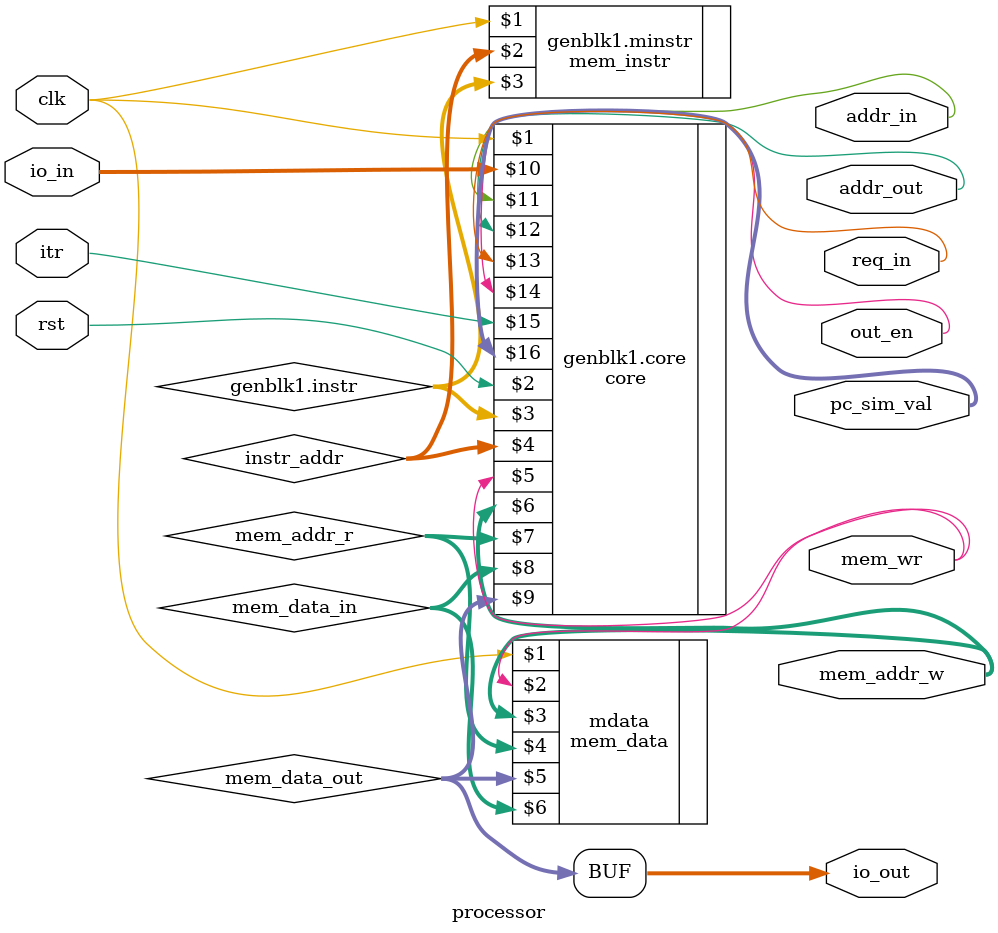
<source format=v>
module processor
#(
	// -------------------------------------------------------------------------
	// Parametros de configuracao internos -------------------------------------
	// -------------------------------------------------------------------------

  // fluxo de dados
  parameter NBOPCO = 7,               // Numero de bits de opcode (mudar o comp. assembler de acordo, em eval.c)
  parameter ITRADD = 0,               // Endereco da interrupcao

	// memorias
	parameter IFILE  = "inst.mif",      // Arquivo contendo o programa a ser executado
	parameter DFILE  = "data.mif",      // Arquivo com conteudo da memoria de dados
  parameter MDATAS = 64,              // Tamanho da memoria de dados
	parameter MINSTS = 64,              // Tamanho da memoria de intrucoes
  parameter MDATAW = $clog2(MDATAS),  // Numero de bits de endereco da memoria de dados
	parameter MINSTW = $clog2(MINSTS),  // Numero de bits de endereco da memoria de instrucao

  // simulacao
	parameter NUINST =  0,              // numero de instrucoes encontradas pelo comp assembly (sem macros)
	parameter MEMTAB = "",              // arquivo texto com a tabela de instrucoes
  parameter FIMADD =  0,              // endereco da instrucao FIM
  parameter SIMTYP =  0,              // tipo de simulacao (0 para single e 1 para multicore)

  // -------------------------------------------------------------------------
	// Parametros configurados pelo usuario ------------------------------------
	// -------------------------------------------------------------------------

  // fluxo de dados
	parameter NUBITS = 16,              // Tamanho da palavra do processador
  parameter NBMANT = 23,              // Numero de bits da mantissa
  parameter NBEXPO =  8,              // Numero de bits do expoente

  // memorias
	parameter SDEPTH =  8,              // Tamanho da pilha   de instrucao

  // entrada e Saida
	parameter NUIOIN =  2,              // Numero de enderecos de entrada
	parameter NUIOOU =  2,              // Numero de enderecos de saida

  // constantes aritmeticas
  parameter NUGAIN = 64,              // Valor usado na divisao por um numero fixo (NRM e NORMS)
	parameter FFTSIZ =  3,              // Tamanho da ILI na inversao de bits

	// -------------------------------------------------------------------------
	// Parametros configurados dinamicamente -----------------------------------
	// -------------------------------------------------------------------------

	// implementa enderecamento indireto
	parameter   LDI   = 0,
	parameter   ILI   = 0,
	parameter   SRF   = 0,
	
	// implementa pilha de subrotinas
	parameter   CAL   = 0,

	// operacoes aritmeticas de dois parametros
	parameter   ADD   = 0,
	parameter F_ADD   = 0,

	parameter   MLT   = 0,
	parameter F_MLT   = 0,

	parameter   DIV   = 0,
	parameter F_DIV   = 0,

	parameter   MOD   = 0,

	parameter   SGN   = 0,
	parameter F_SGN   = 0,

	// operacoes aritmeticas de um parametro
	parameter   NEG   = 0,
	parameter   NEG_M = 0,
	parameter F_NEG   = 0,
	parameter F_NEG_M = 0,

	parameter   ABS   = 0,
	parameter   ABS_M = 0,
	parameter F_ABS   = 0,
	parameter F_ABS_M = 0,

	parameter   PST   = 0,
	parameter   PST_M = 0,
	parameter F_PST   = 0,
	parameter F_PST_M = 0,

	parameter   NRM   = 0,
	parameter   NRM_M = 0,

	parameter   I2F   = 0,
	parameter   I2F_M = 0,

	parameter   F2I   = 0,
	parameter   F2I_M = 0,

	// operacoes logicas de dois parametros
	parameter   AND   = 0,
	parameter   ORR   = 0,
	parameter   XOR   = 0,

	// operacoes logicas de um parametro
	parameter   INV   = 0,
	parameter   INV_M = 0,

	// operacoes condicionais de dois parametros
	parameter   LAN   = 0,
	parameter   LOR   = 0,
	
	// operacoes condicionais de um parametro
	parameter   LIN   = 0,
	parameter   LIN_M = 0,

	// operacoes de comparacao
	parameter   LES   = 0,
	parameter F_LES   = 0,

	parameter   GRE   = 0,
	parameter F_GRE   = 0,

	parameter   EQU   = 0,

	// operacoes de deslocamento de bits
	parameter   SHL   = 0,
	parameter   SHR   = 0,
	parameter   SRS   = 0)
(
	input                       clk     , rst,
	input  [NUBITS        -1:0] io_in   ,
	output [NUBITS        -1:0] io_out  ,
	output [$clog2(NUIOIN)-1:0] addr_in ,
	output [$clog2(NUIOOU)-1:0] addr_out,
	output                      req_in  , out_en,
	input                       itr,

  output                      mem_wr,
  output         [MDATAW-1:0] mem_addr_w,
  output         [MINSTW-1:0] pc_sim_val
);

// ----------------------------------------------------------------------------
// Processador e Mem de instrucao ---------------------------------------------
// ----------------------------------------------------------------------------

wire        [MINSTW-1:0] instr_addr;
wire        [MDATAW-1:0] mem_addr_r;
wire signed [NUBITS-1:0] mem_data_in;
wire signed [NUBITS-1:0] mem_data_out;

assign io_out = mem_data_out;

generate // O circuito eh diferente, dependendo de qual das duas memorias eh maior

if (MDATAW > MINSTW) begin

wire [NBOPCO+MDATAW-1:0] instr;

core #(.NBOPCO (NBOPCO ),
       .NBOPER (MDATAW ), // aqui eh que muda pra esse generate
       .ITRADD (ITRADD ),
       .MDATAW (MDATAW ),
       .MINSTW (MINSTW ),
       .MDATAS (MDATAS ),
       .NUBITS (NUBITS ),
       .NBMANT (NBMANT ),
       .NBEXPO (NBEXPO ),
       .SDEPTH (SDEPTH ),
       .NUIOIN (NUIOIN ),
       .NUIOOU (NUIOOU ),
       .NUGAIN (NUGAIN ),
       .FFTSIZ (FFTSIZ ),
         .LDI  (  LDI  ),
         .ILI  (  ILI  ),
         .SRF  (  SRF  ),
         .CAL  (  CAL  ),
         .ADD  (  ADD  ),
       .F_ADD  (F_ADD  ),
         .MLT  (  MLT  ),
       .F_MLT  (F_MLT  ),
         .DIV  (  DIV  ),
       .F_DIV  (F_DIV  ),
         .MOD  (  MOD  ),
         .SGN  (  SGN  ),
       .F_SGN  (F_SGN  ),
         .NEG  (  NEG  ),
         .NEG_M(  NEG_M),
       .F_NEG  (F_NEG  ),
       .F_NEG_M(F_NEG_M),
         .ABS  (  ABS  ),
         .ABS_M(  ABS_M),
       .F_ABS  (F_ABS  ),
       .F_ABS_M(F_ABS_M),
         .PST  (  PST  ),
         .PST_M(  PST_M),
       .F_PST  (F_PST  ),
       .F_PST_M(F_PST_M),
         .NRM  (  NRM  ),
         .NRM_M(  NRM_M),
         .I2F  (  I2F  ),
         .I2F_M(  I2F_M),
         .F2I  (  F2I  ),
         .F2I_M(  F2I_M),
         .AND  (  AND  ),
         .ORR  (  ORR  ),
         .XOR  (  XOR  ),
         .INV  (  INV  ),
         .INV_M(  INV_M),
         .LAN  (  LAN  ),
         .LOR  (  LOR  ),
         .LIN  (  LIN  ),
         .LIN_M(  LIN_M),
         .LES  (  LES  ),
       .F_LES  (F_LES  ),
         .GRE  (  GRE  ),
       .F_GRE  (F_GRE  ),
         .EQU  (  EQU  ),
         .SHL  (  SHL  ),
         .SHR  (  SHR  ),
         .SRS  (  SRS  )) core(clk, rst,
                               instr, instr_addr,
                               mem_wr, mem_addr_w, mem_addr_r, mem_data_in, mem_data_out,
                               io_in, addr_in, addr_out, req_in, out_en, itr, pc_sim_val);

mem_instr # (.NADDRE(MINSTS       ),
             .NBDATA(NBOPCO+MDATAW),
             .FNAME (IFILE        )) minstr(clk, instr_addr, instr);

end else begin

wire [NBOPCO+MINSTW-1:0] instr;

core #(.NBOPCO (NBOPCO ),
       .NBOPER (MINSTW ), // aqui eh que muda pra esse generate
       .ITRADD (ITRADD ),
       .MDATAW (MDATAW ),
       .MINSTW (MINSTW ),
       .MDATAS (MDATAS ),
       .NUBITS (NUBITS ),
       .NBMANT (NBMANT ),
       .NBEXPO (NBEXPO ),
       .SDEPTH (SDEPTH ),
       .NUIOIN (NUIOIN ),
       .NUIOOU (NUIOOU ),
       .NUGAIN (NUGAIN ),
       .FFTSIZ (FFTSIZ ),
         .LDI  (  LDI  ),
         .ILI  (  ILI  ),
         .SRF  (  SRF  ),
         .CAL  (  CAL  ),
         .ADD  (  ADD  ),
       .F_ADD  (F_ADD  ),
         .MLT  (  MLT  ),
       .F_MLT  (F_MLT  ),
         .DIV  (  DIV  ),
       .F_DIV  (F_DIV  ),
         .MOD  (  MOD  ),
         .SGN  (  SGN  ),
       .F_SGN  (F_SGN  ),
         .NEG  (  NEG  ),
         .NEG_M(  NEG_M),
       .F_NEG  (F_NEG  ),
       .F_NEG_M(F_NEG_M),
         .ABS  (  ABS  ),
         .ABS_M(  ABS_M),
       .F_ABS  (F_ABS  ),
       .F_ABS_M(F_ABS_M),
         .PST  (  PST  ),
         .PST_M(  PST_M),
       .F_PST  (F_PST  ),
       .F_PST_M(F_PST_M),
         .NRM  (  NRM  ),
         .NRM_M(  NRM_M),
         .I2F  (  I2F  ),
         .I2F_M(  I2F_M),
         .F2I  (  F2I  ),
         .F2I_M(  F2I_M),
         .AND  (  AND  ),
         .ORR  (  ORR  ),
         .XOR  (  XOR  ),
         .INV  (  INV  ),
         .INV_M(  INV_M),
         .LAN  (  LAN  ),
         .LOR  (  LOR  ),
         .LIN  (  LIN  ),
         .LIN_M(  LIN_M),
         .LES  (  LES  ),
       .F_LES  (F_LES  ),
         .GRE  (  GRE  ),
       .F_GRE  (F_GRE  ),
         .EQU  (  EQU  ),
         .SHL  (  SHL  ),
         .SHR  (  SHR  ),
         .SRS  (  SRS  )) core(clk, rst,
                               instr, instr_addr,
                               mem_wr, mem_addr_w, mem_addr_r, mem_data_in, mem_data_out,
                               io_in, addr_in, addr_out, req_in, out_en, itr, pc_sim_val);

mem_instr # (.NADDRE(MINSTS       ),
             .NBDATA(NBOPCO+MINSTW),
             .FNAME (IFILE        )) minstr(clk, instr_addr, instr);

end

endgenerate

// ----------------------------------------------------------------------------
// Memoria de dados -----------------------------------------------------------
// ----------------------------------------------------------------------------

mem_data # (.NADDRE(MDATAS),
            .NBDATA(NUBITS),
            .FNAME (DFILE )) mdata(clk, mem_wr, mem_addr_w, mem_addr_r, mem_data_out, mem_data_in);

endmodule
</source>
